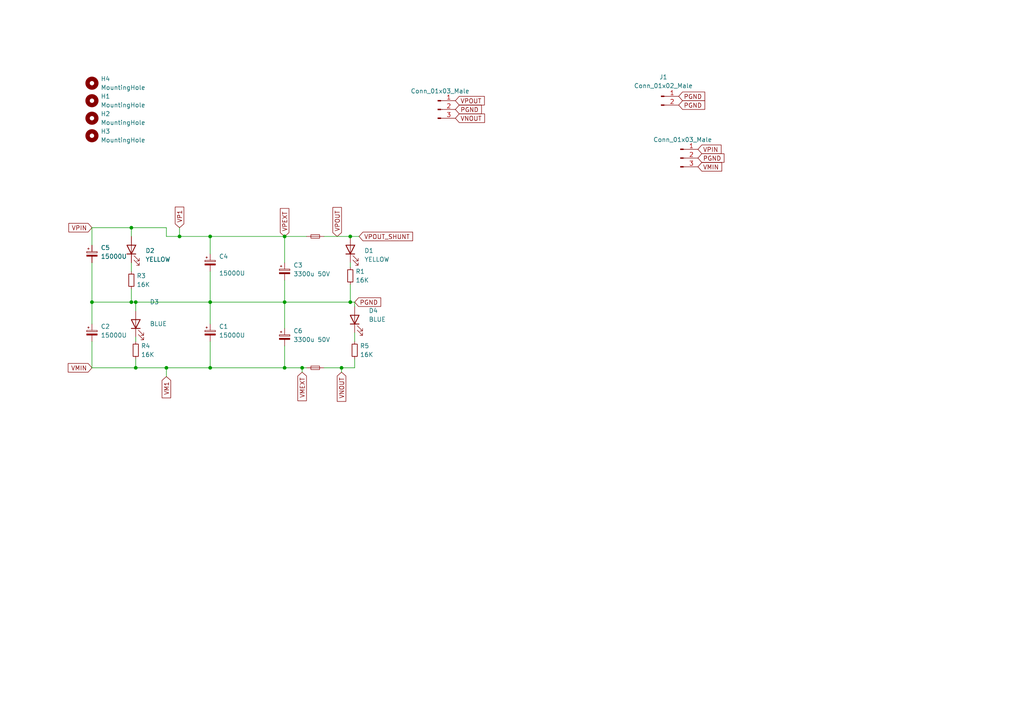
<source format=kicad_sch>
(kicad_sch (version 20231120) (generator "eeschema") (generator_version "8.0")
  (paper "A4")
  (lib_symbols
    (symbol "Connector:Conn_01x02_Male" (pin_names (offset 1.016) hide)
      (property "Reference" "J" (at 0 2.54 0))
      (property "Value" "Conn_01x02_Male" (at 0 -5.08 0))
      (symbol "Conn_01x02_Male_1_1"
        (polyline (pts (xy 1.27 -2.54) (xy 0.8636 -2.54)) (stroke (width 0.1524)))
        (polyline (pts (xy 1.27 0) (xy 0.8636 0)) (stroke (width 0.1524)))
        (rectangle (start 0.8636 -2.413) (end 0 -2.667) (stroke (width 0.1524)) (fill (type outline)))
        (rectangle (start 0.8636 0.127) (end 0 -0.127) (stroke (width 0.1524)) (fill (type outline)))
        (pin passive line (at 5.08 0 180) (length 3.81) (name "Pin_1") (number "1"))
        (pin passive line (at 5.08 -2.54 180) (length 3.81) (name "Pin_2") (number "2"))
      )
    )
    (symbol "Connector:Conn_01x03_Male" (pin_names (offset 1.016) hide)
      (property "Reference" "J" (at 0 5.08 0))
      (property "Value" "Conn_01x03_Male" (at 0 -5.08 0))
      (symbol "Conn_01x03_Male_1_1"
        (polyline (pts (xy 1.27 -2.54) (xy 0.8636 -2.54)) (stroke (width 0.1524)))
        (polyline (pts (xy 1.27 0) (xy 0.8636 0)) (stroke (width 0.1524)))
        (polyline (pts (xy 1.27 2.54) (xy 0.8636 2.54)) (stroke (width 0.1524)))
        (rectangle (start 0.8636 -2.413) (end 0 -2.667) (stroke (width 0.1524)) (fill (type outline)))
        (rectangle (start 0.8636 0.127) (end 0 -0.127) (stroke (width 0.1524)) (fill (type outline)))
        (rectangle (start 0.8636 2.667) (end 0 2.413) (stroke (width 0.1524)) (fill (type outline)))
        (pin passive line (at 5.08 2.54 180) (length 3.81) (name "Pin_1") (number "1"))
        (pin passive line (at 5.08 0 180) (length 3.81) (name "Pin_2") (number "2"))
        (pin passive line (at 5.08 -2.54 180) (length 3.81) (name "Pin_3") (number "3"))
      )
    )
    (symbol "Device:C_Polarized_Small" (pin_numbers hide) (pin_names (offset 0.254) hide)
      (property "Reference" "C" (at 0.254 1.778 0))
      (property "Value" "C_Polarized_Small" (at 0.254 -2.032 0))
      (symbol "C_Polarized_Small_0_1"
        (rectangle (start -1.524 -0.3048) (end 1.524 -0.6858) (fill (type outline)))
        (rectangle (start -1.524 0.6858) (end 1.524 0.3048))
        (polyline (pts (xy -1.27 1.524) (xy -0.762 1.524)))
        (polyline (pts (xy -1.016 1.27) (xy -1.016 1.778)))
      )
      (symbol "C_Polarized_Small_1_1"
        (pin passive line (at 0 2.54 270) (length 1.8542) (name "~") (number "1"))
        (pin passive line (at 0 -2.54 90) (length 1.8542) (name "~") (number "2"))
      )
    )
    (symbol "Device:Fuse_Small" (pin_numbers hide) (pin_names (offset 0.254) hide)
      (property "Reference" "F" (at 0 -1.524 0))
      (property "Value" "Fuse_Small" (at 0 1.524 0))
      (symbol "Fuse_Small_0_1"
        (rectangle (start -1.27 0.508) (end 1.27 -0.508))
        (polyline (pts (xy -1.27 0) (xy 1.27 0)))
      )
      (symbol "Fuse_Small_1_1"
        (pin passive line (at -2.54 0 0) (length 1.27) (name "~") (number "1"))
        (pin passive line (at 2.54 0 180) (length 1.27) (name "~") (number "2"))
      )
    )
    (symbol "Device:LED" (pin_numbers hide) (pin_names (offset 1.016) hide)
      (property "Reference" "D" (at 0 2.54 0))
      (property "Value" "LED" (at 0 -2.54 0))
      (symbol "LED_0_1"
        (polyline (pts (xy -1.27 -1.27) (xy -1.27 1.27)) (stroke (width 0.254)))
        (polyline (pts (xy -1.27 0) (xy 1.27 0)))
        (polyline (pts (xy 1.27 -1.27) (xy 1.27 1.27) (xy -1.27 0) (xy 1.27 -1.27)) (stroke (width 0.254)))
        (polyline (pts (xy -3.048 -0.762) (xy -4.572 -2.286) (xy -3.81 -2.286) (xy -4.572 -2.286) (xy -4.572 -1.524)))
        (polyline (pts (xy -1.778 -0.762) (xy -3.302 -2.286) (xy -2.54 -2.286) (xy -3.302 -2.286) (xy -3.302 -1.524)))
      )
      (symbol "LED_1_1"
        (pin passive line (at -3.81 0 0) (length 2.54) (name "K") (number "1"))
        (pin passive line (at 3.81 0 180) (length 2.54) (name "A") (number "2"))
      )
    )
    (symbol "Device:R_Small" (pin_numbers hide) (pin_names (offset 0.254) hide)
      (property "Reference" "R" (at 0.762 0.508 0))
      (property "Value" "R_Small" (at 0.762 -1.016 0))
      (symbol "R_Small_0_1"
        (rectangle (start -0.762 1.778) (end 0.762 -1.778) (stroke (width 0.2032)))
      )
      (symbol "R_Small_1_1"
        (pin passive line (at 0 2.54 270) (length 0.762) (name "~") (number "1"))
        (pin passive line (at 0 -2.54 90) (length 0.762) (name "~") (number "2"))
      )
    )
    (symbol "Mechanical:MountingHole" (pin_names (offset 1.016))
      (property "Reference" "H" (at 0 5.08 0))
      (property "Value" "MountingHole" (at 0 3.175 0))
      (symbol "MountingHole_0_1"
        (circle (center 0 0) (radius 1.27) (stroke (width 1.27)))
      )
    )
  )
  (junction (at 82.55 106.68))
  (junction (at 101.6 68.58))
  (junction (at 38.1 87.63))
  (junction (at 38.1 66.04))
  (junction (at 39.37 87.63))
  (junction (at 39.37 106.68))
  (junction (at 60.96 106.68))
  (junction (at 52.07 68.58))
  (junction (at 60.96 68.58))
  (junction (at 26.67 87.63))
  (junction (at 82.55 68.58))
  (junction (at 82.55 87.63))
  (junction (at 87.63 106.68))
  (junction (at 60.96 87.63))
  (junction (at 48.26 106.68))
  (junction (at 101.6 87.63))
  (junction (at 99.06 106.68))
  (wire (pts (xy 26.67 87.63) (xy 38.1 87.63)))
  (wire (pts (xy 82.55 87.63) (xy 82.55 95.25)))
  (wire (pts (xy 60.96 87.63) (xy 82.55 87.63)))
  (wire (pts (xy 48.26 106.68) (xy 48.26 109.22)))
  (wire (pts (xy 26.67 66.04) (xy 26.67 71.12)))
  (wire (pts (xy 38.1 83.82) (xy 38.1 87.63)))
  (wire (pts (xy 39.37 106.68) (xy 48.26 106.68)))
  (wire (pts (xy 102.87 87.63) (xy 102.87 88.9)))
  (wire (pts (xy 38.1 87.63) (xy 39.37 87.63)))
  (wire (pts (xy 38.1 68.58) (xy 38.1 66.04)))
  (wire (pts (xy 101.6 68.58) (xy 104.14 68.58)))
  (wire (pts (xy 39.37 97.79) (xy 39.37 99.06)))
  (wire (pts (xy 102.87 106.68) (xy 102.87 104.14)))
  (wire (pts (xy 26.67 66.04) (xy 38.1 66.04)))
  (wire (pts (xy 102.87 96.52) (xy 102.87 99.06)))
  (wire (pts (xy 38.1 76.2) (xy 38.1 78.74)))
  (wire (pts (xy 52.07 68.58) (xy 60.96 68.58)))
  (wire (pts (xy 82.55 81.28) (xy 82.55 87.63)))
  (wire (pts (xy 60.96 106.68) (xy 82.55 106.68)))
  (wire (pts (xy 60.96 68.58) (xy 82.55 68.58)))
  (wire (pts (xy 87.63 106.68) (xy 88.9 106.68)))
  (wire (pts (xy 93.98 106.68) (xy 99.06 106.68)))
  (wire (pts (xy 26.67 106.68) (xy 39.37 106.68)))
  (wire (pts (xy 101.6 77.47) (xy 101.6 76.2)))
  (wire (pts (xy 82.55 87.63) (xy 101.6 87.63)))
  (wire (pts (xy 39.37 87.63) (xy 60.96 87.63)))
  (wire (pts (xy 48.26 106.68) (xy 60.96 106.68)))
  (wire (pts (xy 101.6 87.63) (xy 102.87 87.63)))
  (wire (pts (xy 82.55 76.2) (xy 82.55 68.58)))
  (wire (pts (xy 60.96 87.63) (xy 60.96 93.98)))
  (wire (pts (xy 99.06 107.95) (xy 99.06 106.68)))
  (wire (pts (xy 93.98 68.58) (xy 101.6 68.58)))
  (wire (pts (xy 39.37 104.14) (xy 39.37 106.68)))
  (wire (pts (xy 26.67 87.63) (xy 26.67 93.98)))
  (wire (pts (xy 82.55 106.68) (xy 87.63 106.68)))
  (wire (pts (xy 48.26 66.04) (xy 48.26 68.58)))
  (wire (pts (xy 60.96 68.58) (xy 60.96 73.66)))
  (wire (pts (xy 87.63 106.68) (xy 87.63 107.95)))
  (wire (pts (xy 82.55 100.33) (xy 82.55 106.68)))
  (wire (pts (xy 52.07 66.04) (xy 52.07 68.58)))
  (wire (pts (xy 38.1 66.04) (xy 48.26 66.04)))
  (wire (pts (xy 60.96 99.06) (xy 60.96 106.68)))
  (wire (pts (xy 60.96 78.74) (xy 60.96 87.63)))
  (wire (pts (xy 82.55 68.58) (xy 88.9 68.58)))
  (wire (pts (xy 39.37 87.63) (xy 39.37 90.17)))
  (wire (pts (xy 99.06 106.68) (xy 102.87 106.68)))
  (wire (pts (xy 26.67 99.06) (xy 26.67 106.68)))
  (wire (pts (xy 48.26 68.58) (xy 52.07 68.58)))
  (wire (pts (xy 101.6 82.55) (xy 101.6 87.63)))
  (wire (pts (xy 26.67 76.2) (xy 26.67 87.63)))
  (global_label "VMEXT" (shape input) (at 87.63 107.95 270) (property "Intersheetrefs" "${INTERSHEET_REFS}" (effects (hide yes))))
  (global_label "VMIN" (shape input) (at 26.67 106.68 180) (property "Intersheetrefs" "${INTERSHEET_REFS}" (effects (hide yes))))
  (global_label "PGND" (shape input) (at 196.85 27.94 0) (property "Intersheetrefs" "${INTERSHEET_REFS}" (effects (hide yes))))
  (global_label "VPOUT" (shape input) (at 97.79 68.58 90) (property "Intersheetrefs" "${INTERSHEET_REFS}" (effects (hide yes))))
  (global_label "VP1" (shape input) (at 52.07 66.04 90) (property "Intersheetrefs" "${INTERSHEET_REFS}" (effects (hide yes))))
  (global_label "VNOUT" (shape input) (at 99.06 107.95 270) (property "Intersheetrefs" "${INTERSHEET_REFS}" (effects (hide yes))))
  (global_label "VPEXT" (shape input) (at 82.55 68.58 90) (property "Intersheetrefs" "${INTERSHEET_REFS}" (effects (hide yes))))
  (global_label "VM1" (shape input) (at 48.26 109.22 270) (property "Intersheetrefs" "${INTERSHEET_REFS}" (effects (hide yes))))
  (global_label "VPIN" (shape input) (at 202.438 43.307 0) (property "Intersheetrefs" "${INTERSHEET_REFS}" (effects (hide yes))))
  (global_label "VPIN" (shape input) (at 26.67 66.04 180) (property "Intersheetrefs" "${INTERSHEET_REFS}" (effects (hide yes))))
  (global_label "VMIN" (shape input) (at 202.438 48.387 0) (property "Intersheetrefs" "${INTERSHEET_REFS}" (effects (hide yes))))
  (global_label "VPOUT" (shape input) (at 132.08 29.21 0) (property "Intersheetrefs" "${INTERSHEET_REFS}" (effects (hide yes))))
  (global_label "VNOUT" (shape input) (at 132.08 34.29 0) (property "Intersheetrefs" "${INTERSHEET_REFS}" (effects (hide yes))))
  (global_label "PGND" (shape input) (at 196.85 30.48 0) (property "Intersheetrefs" "${INTERSHEET_REFS}" (effects (hide yes))))
  (global_label "PGND" (shape input) (at 202.438 45.847 0) (property "Intersheetrefs" "${INTERSHEET_REFS}" (effects (hide yes))))
  (global_label "PGND" (shape input) (at 132.08 31.75 0) (property "Intersheetrefs" "${INTERSHEET_REFS}" (effects (hide yes))))
  (global_label "PGND" (shape input) (at 102.87 87.63 0) (property "Intersheetrefs" "${INTERSHEET_REFS}" (effects (hide yes))))
  (global_label "VPOUT_SHUNT" (shape input) (at 104.14 68.58 0) (property "Intersheetrefs" "${INTERSHEET_REFS}" (effects (hide yes))))
  (symbol (lib_id "Device:C_Polarized_Small") (at 60.96 96.52 0) (unit 1)
    (property "Reference" "C1" (at 63.5 94.7038 0) (effects (justify left)))
    (property "Value" "15000U" (at 63.5 97.2438 0) (effects (justify left)))
    (property "Footprint" "Capacitor_THT:CP_Radial_D30.0mm_P10.00mm_SnapIn" (effects (hide yes)))
  )
  (symbol (lib_id "Device:R_Small") (at 101.6 80.01 0) (unit 1)
    (property "Reference" "R1" (at 103.124 78.7399 0) (effects (justify left)))
    (property "Value" "16K" (at 103.124 81.2799 0) (effects (justify left)))
    (property "Footprint" "LED_SMD:LED_0603_1608Metric_Pad1.05x0.95mm_HandSolder" (effects (hide yes)))
    (property "Mouser" " 71-CRCW060316K0FKEAC " (effects (hide yes)))
  )
  (symbol (lib_id "Mechanical:MountingHole") (at 26.67 29.21 0) (unit 1)
    (property "Reference" "H1" (at 29.21 27.9399 0) (effects (justify left)))
    (property "Value" "MountingHole" (at 29.21 30.4799 0) (effects (justify left)))
    (property "Footprint" "MountingHole:MountingHole_3mm_Pad_TopOnly" (effects (hide yes)))
  )
  (symbol (lib_id "Mechanical:MountingHole") (at 26.67 24.13 0) (unit 1)
    (property "Reference" "H4" (at 29.21 22.8599 0) (effects (justify left)))
    (property "Value" "MountingHole" (at 29.21 25.3999 0) (effects (justify left)))
    (property "Footprint" "MountingHole:MountingHole_3mm_Pad_TopOnly" (effects (hide yes)))
  )
  (symbol (lib_id "Device:C_Polarized_Small") (at 26.67 73.66 0) (unit 1)
    (property "Reference" "C5" (at 29.21 71.8438 0) (effects (justify left)))
    (property "Value" "15000U" (at 29.21 74.3838 0) (effects (justify left)))
    (property "Footprint" "Capacitor_THT:CP_Radial_D30.0mm_P10.00mm_SnapIn" (effects (hide yes)))
  )
  (symbol (lib_id "Device:C_Polarized_Small") (at 26.67 96.52 0) (unit 1)
    (property "Reference" "C2" (at 29.21 94.7038 0) (effects (justify left)))
    (property "Value" "15000U" (at 29.21 97.2438 0) (effects (justify left)))
    (property "Footprint" "Capacitor_THT:CP_Radial_D30.0mm_P10.00mm_SnapIn" (effects (hide yes)))
  )
  (symbol (lib_id "Connector:Conn_01x02_Male") (at 191.77 27.94 0) (unit 1)
    (property "Reference" "J1" (at 192.405 22.352 0))
    (property "Value" "Conn_01x02_Male" (at 192.405 24.892 0))
    (property "Footprint" "Connector_JST:JST_VH_B2P-VH-B_1x02_P3.96mm_Vertical" (effects (hide yes)))
  )
  (symbol (lib_id "Connector:Conn_01x03_Male") (at 127 31.75 0) (unit 1)
    (property "Reference" "J6" (effects (hide yes)))
    (property "Value" "Conn_01x03_Male" (at 127.635 26.416 0))
    (property "Footprint" "Connector_JST:JST_VH_B3P-VH_1x03_P3.96mm_Vertical" (effects (hide yes)))
  )
  (symbol (lib_id "Device:C_Polarized_Small") (at 82.55 78.74 0) (unit 1)
    (property "Reference" "C3" (at 85.09 76.9238 0) (effects (justify left)))
    (property "Value" "3300u 50V" (at 85.09 79.4638 0) (effects (justify left)))
    (property "Footprint" "Capacitor_THT:CP_Radial_D16.0mm_P7.50mm" (effects (hide yes)))
  )
  (symbol (lib_id "Device:Fuse_Small") (at 91.44 106.68 0) (unit 1)
    (property "Reference" "F2" (effects (hide yes)))
    (property "Value" "Fuse_Small" (effects (hide yes)))
    (property "Footprint" "Custom:Aliexpress Fuse 5x20" (effects (hide yes)))
  )
  (symbol (lib_id "Connector:Conn_01x03_Male") (at 197.358 45.847 0) (unit 1)
    (property "Reference" "J2" (effects (hide yes)))
    (property "Value" "Conn_01x03_Male" (at 197.993 40.513 0))
    (property "Footprint" "Connector_JST:JST_VH_B3P-VH_1x03_P3.96mm_Vertical" (effects (hide yes)))
  )
  (symbol (lib_id "Device:C_Polarized_Small") (at 82.55 97.79 0) (unit 1)
    (property "Reference" "C6" (at 85.09 95.9738 0) (effects (justify left)))
    (property "Value" "3300u 50V" (at 85.09 98.5138 0) (effects (justify left)))
    (property "Footprint" "Capacitor_THT:CP_Radial_D16.0mm_P7.50mm" (effects (hide yes)))
  )
  (symbol (lib_id "Device:R_Small") (at 102.87 101.6 0) (unit 1)
    (property "Reference" "R5" (at 104.394 100.3299 0) (effects (justify left)))
    (property "Value" "16K" (at 104.394 102.8699 0) (effects (justify left)))
    (property "Footprint" "LED_SMD:LED_0603_1608Metric_Pad1.05x0.95mm_HandSolder" (effects (hide yes)))
    (property "Mouser" " 71-CRCW060316K0FKEAC " (effects (hide yes)))
  )
  (symbol (lib_id "Device:C_Polarized_Small") (at 60.96 76.2 0) (unit 1)
    (property "Reference" "C4" (at 63.5 74.3838 0) (effects (justify left)))
    (property "Value" "15000U" (at 63.5 79.248 0) (effects (justify left)))
    (property "Footprint" "Capacitor_THT:CP_Radial_D30.0mm_P10.00mm_SnapIn" (effects (hide yes)))
  )
  (symbol (lib_id "Device:LED") (at 101.6 72.39 90) (unit 1)
    (property "Reference" "D1" (at 105.664 72.7074 90) (effects (justify right)))
    (property "Value" "YELLOW" (at 105.664 75.2474 90) (effects (justify right)))
    (property "Footprint" "LED_SMD:LED_0805_2012Metric_Pad1.15x1.40mm_HandSolder" (effects (hide yes)))
  )
  (symbol (lib_id "Device:R_Small") (at 38.1 81.28 0) (unit 1)
    (property "Reference" "R3" (at 39.624 80.0099 0) (effects (justify left)))
    (property "Value" "16K" (at 39.624 82.5499 0) (effects (justify left)))
    (property "Footprint" "LED_SMD:LED_0603_1608Metric_Pad1.05x0.95mm_HandSolder" (effects (hide yes)))
    (property "Mouser" " 71-CRCW060316K0FKEAC " (effects (hide yes)))
  )
  (symbol (lib_id "Device:LED") (at 38.1 72.39 90) (unit 1)
    (property "Reference" "D2" (at 42.164 72.7074 90) (effects (justify right)))
    (property "Value" "YELLOW" (at 42.164 75.2474 90) (effects (justify right)))
    (property "Footprint" "LED_SMD:LED_0805_2012Metric_Pad1.15x1.40mm_HandSolder" (effects (hide yes)))
  )
  (symbol (lib_id "Mechanical:MountingHole") (at 26.67 34.29 0) (unit 1)
    (property "Reference" "H2" (at 29.21 33.0199 0) (effects (justify left)))
    (property "Value" "MountingHole" (at 29.21 35.5599 0) (effects (justify left)))
    (property "Footprint" "MountingHole:MountingHole_3mm_Pad_TopOnly" (effects (hide yes)))
  )
  (symbol (lib_id "Mechanical:MountingHole") (at 26.67 39.37 0) (unit 1)
    (property "Reference" "H3" (at 29.21 38.0999 0) (effects (justify left)))
    (property "Value" "MountingHole" (at 29.21 40.6399 0) (effects (justify left)))
    (property "Footprint" "MountingHole:MountingHole_3mm_Pad_TopOnly" (effects (hide yes)))
  )
  (symbol (lib_id "Device:LED") (at 102.87 92.71 90) (unit 1)
    (property "Reference" "D4" (at 106.934 90.1064 90) (effects (justify right)))
    (property "Value" "BLUE" (at 106.934 92.6464 90) (effects (justify right)))
    (property "Footprint" "LED_SMD:LED_0805_2012Metric_Pad1.15x1.40mm_HandSolder" (effects (hide yes)))
  )
  (symbol (lib_id "Device:R_Small") (at 39.37 101.6 0) (unit 1)
    (property "Reference" "R4" (at 40.894 100.3299 0) (effects (justify left)))
    (property "Value" "16K" (at 40.894 102.8699 0) (effects (justify left)))
    (property "Footprint" "LED_SMD:LED_0603_1608Metric_Pad1.05x0.95mm_HandSolder" (effects (hide yes)))
    (property "Mouser" " 71-CRCW060316K0FKEAC " (effects (hide yes)))
  )
  (symbol (lib_id "Device:Fuse_Small") (at 91.44 68.58 0) (unit 1)
    (property "Reference" "F1" (effects (hide yes)))
    (property "Value" "Fuse_Small" (effects (hide yes)))
    (property "Footprint" "Custom:Aliexpress Fuse 5x20" (effects (hide yes)))
  )
  (symbol (lib_id "Device:LED") (at 39.37 93.98 90) (unit 1)
    (property "Reference" "D3" (at 43.434 87.5664 90) (effects (justify right)))
    (property "Value" "BLUE" (at 43.434 93.9164 90) (effects (justify right)))
    (property "Footprint" "LED_SMD:LED_0805_2012Metric_Pad1.15x1.40mm_HandSolder" (effects (hide yes)))
  )
)
</source>
